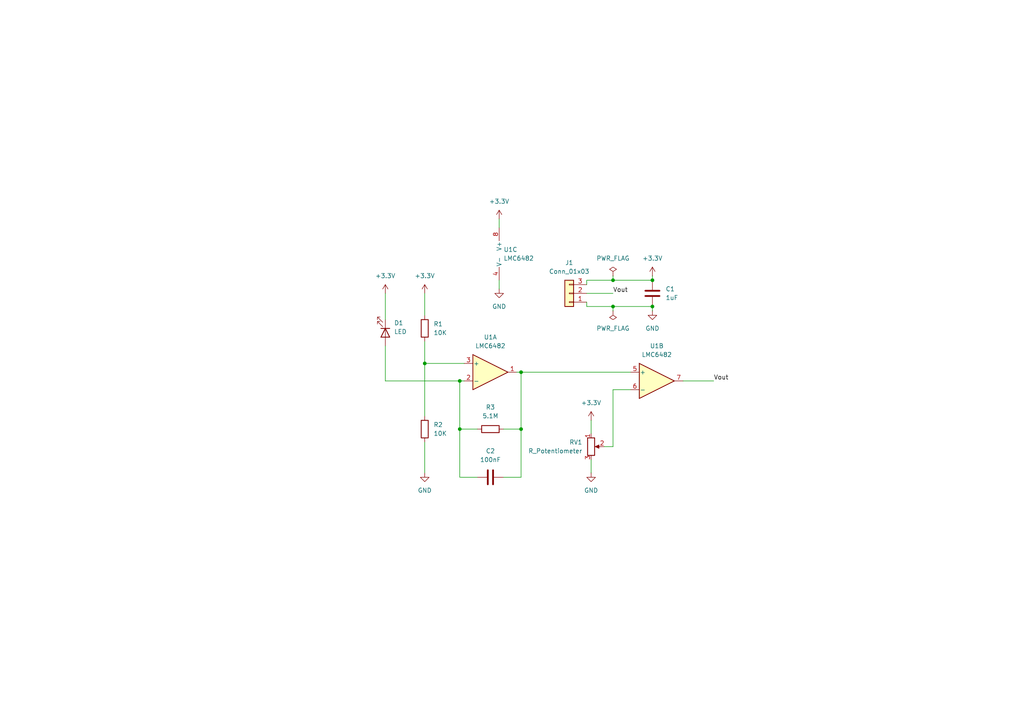
<source format=kicad_sch>
(kicad_sch (version 20250114) (generator "eeschema") (generator_version "9.0")
  (paper "A4")
  (lib_symbols
    (symbol "Amplifier_Operational:LMC6482" (pin_names (offset 0.127))
      (property "Reference" "U" (at 0 5.08 0))
      (property "Value" "LMC6482" (at 0 -5.08 0))
      (symbol "LMC6482_1_1"
        (polyline (pts (xy -5.08 5.08) (xy 5.08 0) (xy -5.08 -5.08) (xy -5.08 5.08)) (stroke (width 0.254)) (fill (type background)))
        (pin input line (at -7.62 2.54 0) (length 2.54) (name "+") (number "3"))
        (pin input line (at -7.62 -2.54 0) (length 2.54) (name "-") (number "2"))
        (pin output line (at 7.62 0 180) (length 2.54) (name "~") (number "1"))
      )
      (symbol "LMC6482_2_1"
        (polyline (pts (xy -5.08 5.08) (xy 5.08 0) (xy -5.08 -5.08) (xy -5.08 5.08)) (stroke (width 0.254)) (fill (type background)))
        (pin input line (at -7.62 2.54 0) (length 2.54) (name "+") (number "5"))
        (pin input line (at -7.62 -2.54 0) (length 2.54) (name "-") (number "6"))
        (pin output line (at 7.62 0 180) (length 2.54) (name "~") (number "7"))
      )
      (symbol "LMC6482_3_1"
        (pin power_in line (at -2.54 7.62 270) (length 3.81) (name "V+") (number "8"))
        (pin power_in line (at -2.54 -7.62 90) (length 3.81) (name "V-") (number "4"))
      )
    )
    (symbol "Connector_Generic:Conn_01x03" (pin_names (offset 1.016) (hide yes))
      (property "Reference" "J" (at 0 5.08 0))
      (property "Value" "Conn_01x03" (at 0 -5.08 0))
      (symbol "Conn_01x03_1_1"
        (rectangle (start -1.27 3.81) (end 1.27 -3.81) (stroke (width 0.254)) (fill (type background)))
        (rectangle (start -1.27 2.667) (end 0 2.413) (stroke (width 0.1524)))
        (rectangle (start -1.27 0.127) (end 0 -0.127) (stroke (width 0.1524)))
        (rectangle (start -1.27 -2.413) (end 0 -2.667) (stroke (width 0.1524)))
        (pin passive line (at -5.08 2.54 0) (length 3.81) (name "Pin_1") (number "1"))
        (pin passive line (at -5.08 0 0) (length 3.81) (name "Pin_2") (number "2"))
        (pin passive line (at -5.08 -2.54 0) (length 3.81) (name "Pin_3") (number "3"))
      )
    )
    (symbol "Device:C" (pin_numbers (hide yes)) (pin_names (offset 0.254))
      (property "Reference" "C" (at 0.635 2.54 0))
      (property "Value" "C" (at 0.635 -2.54 0))
      (symbol "C_0_1"
        (polyline (pts (xy -2.032 0.762) (xy 2.032 0.762)) (stroke (width 0.508)))
        (polyline (pts (xy -2.032 -0.762) (xy 2.032 -0.762)) (stroke (width 0.508)))
      )
      (symbol "C_1_1"
        (pin passive line (at 0 3.81 270) (length 2.794) (name "~") (number "1"))
        (pin passive line (at 0 -3.81 90) (length 2.794) (name "~") (number "2"))
      )
    )
    (symbol "Device:LED" (pin_numbers (hide yes)) (pin_names (offset 1.016) (hide yes))
      (property "Reference" "D" (at 0 2.54 0))
      (property "Value" "LED" (at 0 -2.54 0))
      (symbol "LED_0_1"
        (polyline (pts (xy -3.048 -0.762) (xy -4.572 -2.286) (xy -3.81 -2.286) (xy -4.572 -2.286) (xy -4.572 -1.524)))
        (polyline (pts (xy -1.778 -0.762) (xy -3.302 -2.286) (xy -2.54 -2.286) (xy -3.302 -2.286) (xy -3.302 -1.524)))
        (polyline (pts (xy -1.27 0) (xy 1.27 0)))
        (polyline (pts (xy -1.27 -1.27) (xy -1.27 1.27)) (stroke (width 0.254)))
        (polyline (pts (xy 1.27 -1.27) (xy 1.27 1.27) (xy -1.27 0) (xy 1.27 -1.27)) (stroke (width 0.254)))
      )
      (symbol "LED_1_1"
        (pin passive line (at -3.81 0 0) (length 2.54) (name "K") (number "1"))
        (pin passive line (at 3.81 0 180) (length 2.54) (name "A") (number "2"))
      )
    )
    (symbol "Device:R" (pin_numbers (hide yes)) (pin_names (offset 0))
      (property "Reference" "R" (at 2.032 0 90))
      (property "Value" "R" (at 0 0 90))
      (symbol "R_0_1"
        (rectangle (start -1.016 -2.54) (end 1.016 2.54) (stroke (width 0.254)))
      )
      (symbol "R_1_1"
        (pin passive line (at 0 3.81 270) (length 1.27) (name "~") (number "1"))
        (pin passive line (at 0 -3.81 90) (length 1.27) (name "~") (number "2"))
      )
    )
    (symbol "Device:R_Potentiometer" (pin_names (offset 1.016) (hide yes))
      (property "Reference" "RV" (at -4.445 0 90))
      (property "Value" "R_Potentiometer" (at -2.54 0 90))
      (symbol "R_Potentiometer_0_1"
        (rectangle (start 1.016 2.54) (end -1.016 -2.54) (stroke (width 0.254)))
        (polyline (pts (xy 1.143 0) (xy 2.286 0.508) (xy 2.286 -0.508) (xy 1.143 0)) (fill (type outline)))
        (polyline (pts (xy 2.54 0) (xy 1.524 0)))
      )
      (symbol "R_Potentiometer_1_1"
        (pin passive line (at 0 3.81 270) (length 1.27) (name "1") (number "1"))
        (pin passive line (at 0 -3.81 90) (length 1.27) (name "3") (number "3"))
        (pin passive line (at 3.81 0 180) (length 1.27) (name "2") (number "2"))
      )
    )
    (symbol "power:+3.3V" (power) (pin_numbers (hide yes)) (pin_names (offset 0) (hide yes))
      (property "Value" "+3.3V" (at 0 3.556 0))
      (symbol "+3.3V_0_1"
        (polyline (pts (xy -0.762 1.27) (xy 0 2.54)))
        (polyline (pts (xy 0 2.54) (xy 0.762 1.27)))
        (polyline (pts (xy 0 0) (xy 0 2.54)))
      )
      (symbol "+3.3V_1_1"
        (pin power_in line (at 0 0 90) (length 0) (name "~") (number "1"))
      )
    )
    (symbol "power:GND" (power) (pin_numbers (hide yes)) (pin_names (offset 0) (hide yes))
      (property "Value" "GND" (at 0 -3.81 0))
      (symbol "GND_0_1"
        (polyline (pts (xy 0 0) (xy 0 -1.27) (xy 1.27 -1.27) (xy 0 -2.54) (xy -1.27 -1.27) (xy 0 -1.27)))
      )
      (symbol "GND_1_1"
        (pin power_in line (at 0 0 270) (length 0) (name "~") (number "1"))
      )
    )
    (symbol "power:PWR_FLAG" (power) (pin_numbers (hide yes)) (pin_names (offset 0) (hide yes))
      (property "Value" "PWR_FLAG" (at 0 3.81 0))
      (symbol "PWR_FLAG_0_0"
        (pin power_out line (at 0 0 90) (length 0) (name "~") (number "1"))
      )
      (symbol "PWR_FLAG_0_1"
        (polyline (pts (xy 0 0) (xy 0 1.27) (xy -1.016 1.905) (xy 0 2.54) (xy 1.016 1.905) (xy 0 1.27)))
      )
    )
  )
  (junction (at 151.13 124.46))
  (junction (at 151.13 107.95))
  (junction (at 123.19 105.41))
  (junction (at 133.35 110.49))
  (junction (at 189.23 81.28))
  (junction (at 189.23 88.9))
  (junction (at 177.8 88.9))
  (junction (at 133.35 124.46))
  (junction (at 177.8 81.28))
  (wire (pts (xy 171.45 133.35) (xy 171.45 137.16)))
  (wire (pts (xy 170.18 88.9) (xy 177.8 88.9)))
  (wire (pts (xy 198.12 110.49) (xy 207.01 110.49)))
  (wire (pts (xy 146.05 138.43) (xy 151.13 138.43)))
  (wire (pts (xy 111.76 100.33) (xy 111.76 110.49)))
  (wire (pts (xy 151.13 107.95) (xy 151.13 124.46)))
  (wire (pts (xy 170.18 81.28) (xy 177.8 81.28)))
  (wire (pts (xy 170.18 85.09) (xy 177.8 85.09)))
  (wire (pts (xy 133.35 110.49) (xy 134.62 110.49)))
  (wire (pts (xy 170.18 82.55) (xy 170.18 81.28)))
  (wire (pts (xy 123.19 128.27) (xy 123.19 137.16)))
  (wire (pts (xy 123.19 105.41) (xy 123.19 120.65)))
  (wire (pts (xy 151.13 124.46) (xy 151.13 138.43)))
  (wire (pts (xy 111.76 85.09) (xy 111.76 92.71)))
  (wire (pts (xy 133.35 124.46) (xy 133.35 138.43)))
  (wire (pts (xy 149.86 107.95) (xy 151.13 107.95)))
  (wire (pts (xy 133.35 124.46) (xy 138.43 124.46)))
  (wire (pts (xy 146.05 124.46) (xy 151.13 124.46)))
  (wire (pts (xy 151.13 107.95) (xy 182.88 107.95)))
  (wire (pts (xy 177.8 113.03) (xy 177.8 129.54)))
  (wire (pts (xy 175.26 129.54) (xy 177.8 129.54)))
  (wire (pts (xy 123.19 105.41) (xy 134.62 105.41)))
  (wire (pts (xy 177.8 88.9) (xy 189.23 88.9)))
  (wire (pts (xy 123.19 99.06) (xy 123.19 105.41)))
  (wire (pts (xy 189.23 80.01) (xy 189.23 81.28)))
  (wire (pts (xy 189.23 88.9) (xy 189.23 90.17)))
  (wire (pts (xy 123.19 85.09) (xy 123.19 91.44)))
  (wire (pts (xy 171.45 121.92) (xy 171.45 125.73)))
  (wire (pts (xy 111.76 110.49) (xy 133.35 110.49)))
  (wire (pts (xy 144.78 63.5) (xy 144.78 66.04)))
  (wire (pts (xy 144.78 81.28) (xy 144.78 83.82)))
  (wire (pts (xy 182.88 113.03) (xy 177.8 113.03)))
  (wire (pts (xy 177.8 88.9) (xy 177.8 90.17)))
  (wire (pts (xy 133.35 138.43) (xy 138.43 138.43)))
  (wire (pts (xy 170.18 87.63) (xy 170.18 88.9)))
  (wire (pts (xy 177.8 81.28) (xy 189.23 81.28)))
  (wire (pts (xy 177.8 80.01) (xy 177.8 81.28)))
  (wire (pts (xy 133.35 110.49) (xy 133.35 124.46)))
  (label "Vout" (at 177.8 85.09 0))
  (label "Vout" (at 207.01 110.49 0))
  (symbol (lib_id "Connector_Generic:Conn_01x03") (at 165.1 85.09 180) (unit 1)
    (property "Reference" "J1" (at 165.1 76.2 0))
    (property "Value" "Conn_01x03" (at 165.1 78.74 0))
    (property "Footprint" "Connector_PinHeader_2.54mm:PinHeader_1x03_P2.54mm_Vertical" (effects (hide yes)))
    (property "Description" "Generic connector, single row, 01x03, script generated (kicad-library-utils/schlib/autogen/connector/)" (effects (hide yes)))
  )
  (symbol (lib_id "Device:R_Potentiometer") (at 171.45 129.54 0) (unit 1)
    (property "Reference" "RV1" (at 168.91 128.2699 0) (effects (justify right)))
    (property "Value" "R_Potentiometer" (at 168.91 130.8099 0) (effects (justify right)))
    (property "Footprint" "Potentiometer_THT:Potentiometer_Vishay_T7-YA_Single_Vertical" (effects (hide yes)))
    (property "Description" "Potentiometer" (effects (hide yes)))
  )
  (symbol (lib_id "power:+3.3V") (at 189.23 80.01 0) (unit 1)
    (property "Reference" "#PWR011" (effects (hide yes)))
    (property "Value" "+3.3V" (at 189.23 74.93 0))
    (property "Description" "Power symbol creates a global label with name \"+3.3V\"" (effects (hide yes)))
  )
  (symbol (lib_id "power:+3.3V") (at 123.19 85.09 0) (unit 1)
    (property "Reference" "#PWR04" (effects (hide yes)))
    (property "Value" "+3.3V" (at 123.19 80.01 0))
    (property "Description" "Power symbol creates a global label with name \"+3.3V\"" (effects (hide yes)))
  )
  (symbol (lib_id "power:PWR_FLAG") (at 177.8 90.17 180) (unit 1)
    (property "Reference" "#FLG01" (effects (hide yes)))
    (property "Value" "PWR_FLAG" (at 177.8 95.25 0))
    (property "Description" "Special symbol for telling ERC where power comes from" (effects (hide yes)))
  )
  (symbol (lib_id "Device:R") (at 142.24 124.46 90) (unit 1)
    (property "Reference" "R3" (at 142.24 118.11 90))
    (property "Value" "5.1M" (at 142.24 120.65 90))
    (property "Footprint" "Resistor_THT:R_Axial_DIN0204_L3.6mm_D1.6mm_P5.08mm_Horizontal" (effects (hide yes)))
    (property "Description" "Resistor" (effects (hide yes)))
  )
  (symbol (lib_id "Amplifier_Operational:LMC6482") (at 190.5 110.49 0) (unit 2)
    (property "Reference" "U1" (at 190.5 100.33 0))
    (property "Value" "LMC6482" (at 190.5 102.87 0))
    (property "Footprint" "Package_DIP:DIP-8_W7.62mm" (effects (hide yes)))
    (property "Datasheet" "http://www.ti.com/lit/ds/symlink/lmc6482.pdf" (effects (hide yes)))
    (property "Description" "Dual CMOS Rail-to-Rail Input and Output Operational Amplifier, DIP-8/SOIC-8, SSOP-8" (effects (hide yes)))
  )
  (symbol (lib_id "Device:C") (at 189.23 85.09 0) (unit 1)
    (property "Reference" "C1" (at 193.04 83.8199 0) (effects (justify left)))
    (property "Value" "1uF" (at 193.04 86.3599 0) (effects (justify left)))
    (property "Footprint" "Capacitor_SMD:C_0805_2012Metric" (effects (hide yes)))
    (property "Description" "Unpolarized capacitor" (effects (hide yes)))
  )
  (symbol (lib_id "Device:C") (at 142.24 138.43 90) (unit 1)
    (property "Reference" "C2" (at 142.24 130.81 90))
    (property "Value" "100nF" (at 142.24 133.35 90))
    (property "Footprint" "Capacitor_SMD:C_0805_2012Metric" (effects (hide yes)))
    (property "Description" "Unpolarized capacitor" (effects (hide yes)))
  )
  (symbol (lib_id "power:GND") (at 189.23 90.17 0) (unit 1)
    (property "Reference" "#PWR09" (effects (hide yes)))
    (property "Value" "GND" (at 189.23 95.25 0))
    (property "Description" "Power symbol creates a global label with name \"GND\" , ground" (effects (hide yes)))
  )
  (symbol (lib_id "Device:R") (at 123.19 124.46 0) (unit 1)
    (property "Reference" "R2" (at 125.73 123.1899 0) (effects (justify left)))
    (property "Value" "10K" (at 125.73 125.7299 0) (effects (justify left)))
    (property "Footprint" "Resistor_THT:R_Axial_DIN0204_L3.6mm_D1.6mm_P5.08mm_Horizontal" (effects (hide yes)))
    (property "Description" "Resistor" (effects (hide yes)))
  )
  (symbol (lib_id "power:GND") (at 171.45 137.16 0) (unit 1)
    (property "Reference" "#PWR07" (effects (hide yes)))
    (property "Value" "GND" (at 171.45 142.24 0))
    (property "Description" "Power symbol creates a global label with name \"GND\" , ground" (effects (hide yes)))
  )
  (symbol (lib_id "Amplifier_Operational:LMC6482") (at 142.24 107.95 0) (unit 1)
    (property "Reference" "U1" (at 142.24 97.79 0))
    (property "Value" "LMC6482" (at 142.24 100.33 0))
    (property "Footprint" "Package_DIP:DIP-8_W7.62mm" (effects (hide yes)))
    (property "Datasheet" "http://www.ti.com/lit/ds/symlink/lmc6482.pdf" (effects (hide yes)))
    (property "Description" "Dual CMOS Rail-to-Rail Input and Output Operational Amplifier, DIP-8/SOIC-8, SSOP-8" (effects (hide yes)))
  )
  (symbol (lib_id "power:GND") (at 144.78 83.82 0) (unit 1)
    (property "Reference" "#PWR02" (effects (hide yes)))
    (property "Value" "GND" (at 144.78 88.9 0))
    (property "Description" "Power symbol creates a global label with name \"GND\" , ground" (effects (hide yes)))
  )
  (symbol (lib_id "power:PWR_FLAG") (at 177.8 80.01 0) (unit 1)
    (property "Reference" "#FLG02" (effects (hide yes)))
    (property "Value" "PWR_FLAG" (at 177.8 74.93 0))
    (property "Description" "Special symbol for telling ERC where power comes from" (effects (hide yes)))
  )
  (symbol (lib_id "power:+3.3V") (at 144.78 63.5 0) (unit 1)
    (property "Reference" "#PWR01" (effects (hide yes)))
    (property "Value" "+3.3V" (at 144.78 58.42 0))
    (property "Description" "Power symbol creates a global label with name \"+3.3V\"" (effects (hide yes)))
  )
  (symbol (lib_id "Device:LED") (at 111.76 96.52 270) (unit 1)
    (property "Reference" "D1" (at 114.3 93.6624 90) (effects (justify left)))
    (property "Value" "LED" (at 114.3 96.2024 90) (effects (justify left)))
    (property "Footprint" "LED_THT:LED_D5.0mm" (effects (hide yes)))
    (property "Description" "Light emitting diode" (effects (hide yes)))
    (property "Sim.Pins" "1=K 2=A" (effects (hide yes)))
  )
  (symbol (lib_id "power:+3.3V") (at 171.45 121.92 0) (unit 1)
    (property "Reference" "#PWR06" (effects (hide yes)))
    (property "Value" "+3.3V" (at 171.45 116.84 0))
    (property "Description" "Power symbol creates a global label with name \"+3.3V\"" (effects (hide yes)))
  )
  (symbol (lib_id "Amplifier_Operational:LMC6482") (at 147.32 73.66 0) (unit 3)
    (property "Reference" "U1" (at 146.05 72.3899 0) (effects (justify left)))
    (property "Value" "LMC6482" (at 146.05 74.9299 0) (effects (justify left)))
    (property "Footprint" "Package_DIP:DIP-8_W7.62mm" (effects (hide yes)))
    (property "Datasheet" "http://www.ti.com/lit/ds/symlink/lmc6482.pdf" (effects (hide yes)))
    (property "Description" "Dual CMOS Rail-to-Rail Input and Output Operational Amplifier, DIP-8/SOIC-8, SSOP-8" (effects (hide yes)))
  )
  (symbol (lib_id "power:GND") (at 123.19 137.16 0) (unit 1)
    (property "Reference" "#PWR05" (effects (hide yes)))
    (property "Value" "GND" (at 123.19 142.24 0))
    (property "Description" "Power symbol creates a global label with name \"GND\" , ground" (effects (hide yes)))
  )
  (symbol (lib_id "Device:R") (at 123.19 95.25 0) (unit 1)
    (property "Reference" "R1" (at 125.73 93.9799 0) (effects (justify left)))
    (property "Value" "10K" (at 125.73 96.5199 0) (effects (justify left)))
    (property "Footprint" "Resistor_THT:R_Axial_DIN0204_L3.6mm_D1.6mm_P5.08mm_Horizontal" (effects (hide yes)))
    (property "Description" "Resistor" (effects (hide yes)))
  )
  (symbol (lib_id "power:+3.3V") (at 111.76 85.09 0) (unit 1)
    (property "Reference" "#PWR03" (effects (hide yes)))
    (property "Value" "+3.3V" (at 111.76 80.01 0))
    (property "Description" "Power symbol creates a global label with name \"+3.3V\"" (effects (hide yes)))
  )
)
</source>
